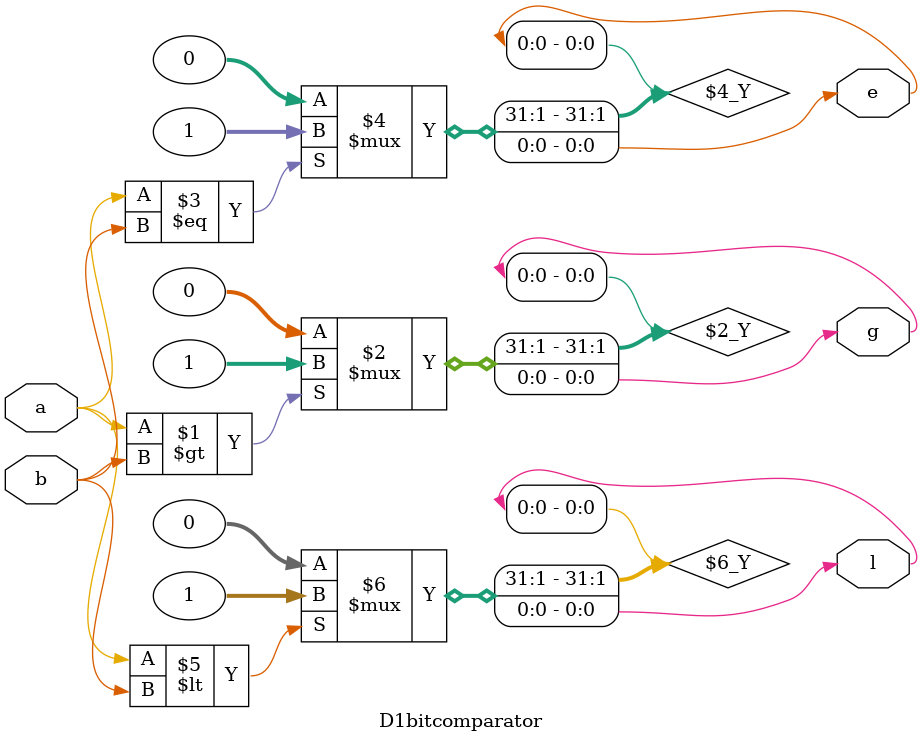
<source format=v>
`timescale 1ns / 1ps
module D1bitcomparator(g,e,l,a,b
    );
input a,b;
output g,e,l;
wire g,e,l;
assign g=a>b?1:0;
assign e=a==b?1:0;
assign l=a<b?1:0;
endmodule


/*
assign g=a&(~b);
assign e=a~^b;
assign l=(~a)&b;
endmodule
*/
</source>
